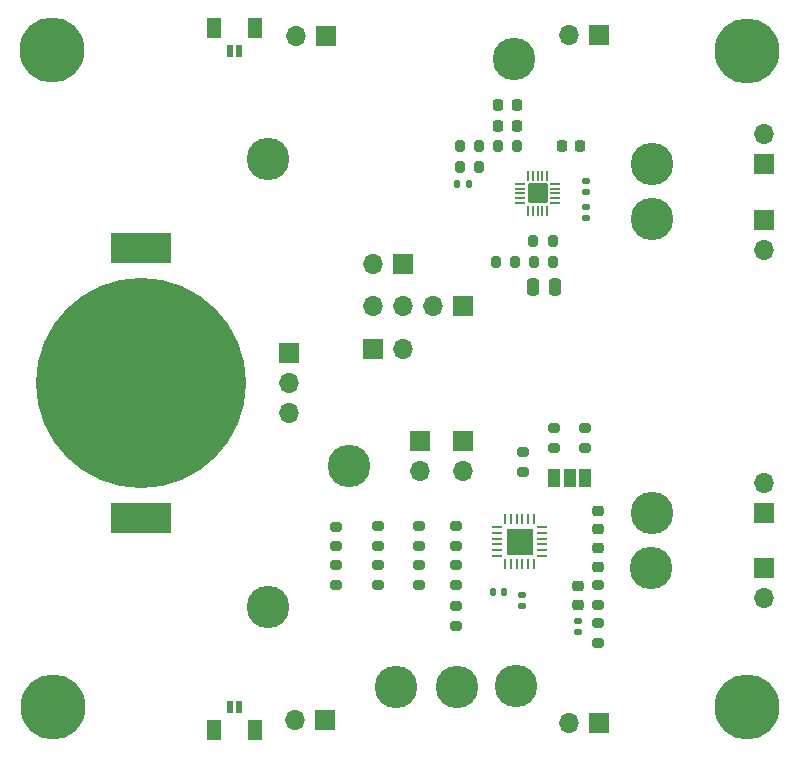
<source format=gts>
%TF.GenerationSoftware,KiCad,Pcbnew,(6.0.0)*%
%TF.CreationDate,2022-08-30T12:58:25+02:00*%
%TF.ProjectId,OBJEX-EHDK_v1.0,4f424a45-582d-4454-9844-4b5f76312e30,1.0*%
%TF.SameCoordinates,Original*%
%TF.FileFunction,Soldermask,Top*%
%TF.FilePolarity,Negative*%
%FSLAX46Y46*%
G04 Gerber Fmt 4.6, Leading zero omitted, Abs format (unit mm)*
G04 Created by KiCad (PCBNEW (6.0.0)) date 2022-08-30 12:58:25*
%MOMM*%
%LPD*%
G01*
G04 APERTURE LIST*
G04 Aperture macros list*
%AMRoundRect*
0 Rectangle with rounded corners*
0 $1 Rounding radius*
0 $2 $3 $4 $5 $6 $7 $8 $9 X,Y pos of 4 corners*
0 Add a 4 corners polygon primitive as box body*
4,1,4,$2,$3,$4,$5,$6,$7,$8,$9,$2,$3,0*
0 Add four circle primitives for the rounded corners*
1,1,$1+$1,$2,$3*
1,1,$1+$1,$4,$5*
1,1,$1+$1,$6,$7*
1,1,$1+$1,$8,$9*
0 Add four rect primitives between the rounded corners*
20,1,$1+$1,$2,$3,$4,$5,0*
20,1,$1+$1,$4,$5,$6,$7,0*
20,1,$1+$1,$6,$7,$8,$9,0*
20,1,$1+$1,$8,$9,$2,$3,0*%
G04 Aperture macros list end*
%ADD10C,3.600000*%
%ADD11C,5.500000*%
%ADD12RoundRect,0.200000X-0.275000X0.200000X-0.275000X-0.200000X0.275000X-0.200000X0.275000X0.200000X0*%
%ADD13RoundRect,0.062500X-0.375000X-0.062500X0.375000X-0.062500X0.375000X0.062500X-0.375000X0.062500X0*%
%ADD14RoundRect,0.062500X-0.062500X-0.375000X0.062500X-0.375000X0.062500X0.375000X-0.062500X0.375000X0*%
%ADD15R,2.300000X2.300000*%
%ADD16R,1.700000X1.700000*%
%ADD17O,1.700000X1.700000*%
%ADD18R,0.500000X1.000000*%
%ADD19R,1.200000X1.700000*%
%ADD20RoundRect,0.200000X0.200000X0.275000X-0.200000X0.275000X-0.200000X-0.275000X0.200000X-0.275000X0*%
%ADD21C,17.800000*%
%ADD22R,5.100000X2.500000*%
%ADD23RoundRect,0.225000X0.225000X0.250000X-0.225000X0.250000X-0.225000X-0.250000X0.225000X-0.250000X0*%
%ADD24RoundRect,0.140000X-0.170000X0.140000X-0.170000X-0.140000X0.170000X-0.140000X0.170000X0.140000X0*%
%ADD25RoundRect,0.140000X0.140000X0.170000X-0.140000X0.170000X-0.140000X-0.170000X0.140000X-0.170000X0*%
%ADD26RoundRect,0.250000X0.250000X0.475000X-0.250000X0.475000X-0.250000X-0.475000X0.250000X-0.475000X0*%
%ADD27RoundRect,0.200000X0.275000X-0.200000X0.275000X0.200000X-0.275000X0.200000X-0.275000X-0.200000X0*%
%ADD28RoundRect,0.218750X0.256250X-0.218750X0.256250X0.218750X-0.256250X0.218750X-0.256250X-0.218750X0*%
%ADD29RoundRect,0.225000X0.250000X-0.225000X0.250000X0.225000X-0.250000X0.225000X-0.250000X-0.225000X0*%
%ADD30O,0.850000X0.200000*%
%ADD31O,0.200000X0.850000*%
%ADD32RoundRect,0.051000X-0.799000X-0.799000X0.799000X-0.799000X0.799000X0.799000X-0.799000X0.799000X0*%
%ADD33RoundRect,0.218750X0.218750X0.256250X-0.218750X0.256250X-0.218750X-0.256250X0.218750X-0.256250X0*%
%ADD34RoundRect,0.140000X0.170000X-0.140000X0.170000X0.140000X-0.170000X0.140000X-0.170000X-0.140000X0*%
%ADD35R,1.000000X1.500000*%
%ADD36RoundRect,0.225000X-0.250000X0.225000X-0.250000X-0.225000X0.250000X-0.225000X0.250000X0.225000X0*%
G04 APERTURE END LIST*
D10*
%TO.C,J27*%
X123390000Y-116760000D03*
%TD*%
D11*
%TO.C,H1*%
X94200000Y-62800000D03*
%TD*%
D12*
%TO.C,R13*%
X121825000Y-106425000D03*
X121825000Y-108075000D03*
%TD*%
D10*
%TO.C,J21*%
X145000000Y-102000000D03*
%TD*%
D13*
%TO.C,U2*%
X131887500Y-103175000D03*
X131887500Y-103675000D03*
X131887500Y-104175000D03*
X131887500Y-104675000D03*
X131887500Y-105175000D03*
X131887500Y-105675000D03*
D14*
X132575000Y-106362500D03*
X133075000Y-106362500D03*
X133575000Y-106362500D03*
X134075000Y-106362500D03*
X134575000Y-106362500D03*
X135075000Y-106362500D03*
D13*
X135762500Y-105675000D03*
X135762500Y-105175000D03*
X135762500Y-104675000D03*
X135762500Y-104175000D03*
X135762500Y-103675000D03*
X135762500Y-103175000D03*
D14*
X135075000Y-102487500D03*
X134575000Y-102487500D03*
X134075000Y-102487500D03*
X133575000Y-102487500D03*
X133075000Y-102487500D03*
X132575000Y-102487500D03*
D15*
X133825000Y-104425000D03*
%TD*%
D16*
%TO.C,J19*%
X125400000Y-95900000D03*
D17*
X125400000Y-98440000D03*
%TD*%
D10*
%TO.C,J14*%
X145000000Y-77150000D03*
%TD*%
D12*
%TO.C,R12*%
X121825000Y-103150000D03*
X121825000Y-104800000D03*
%TD*%
D18*
%TO.C,J2*%
X110100000Y-62875000D03*
X109300000Y-62875000D03*
D19*
X111400000Y-60925000D03*
X108000000Y-60925000D03*
%TD*%
D20*
%TO.C,R2*%
X136650000Y-79000000D03*
X135000000Y-79000000D03*
%TD*%
D10*
%TO.C,J22*%
X133500000Y-116700000D03*
%TD*%
D21*
%TO.C,BT1*%
X101800000Y-91000000D03*
D22*
X101800000Y-79550000D03*
X101800000Y-102450000D03*
%TD*%
D16*
%TO.C,J7*%
X154500000Y-77200000D03*
D17*
X154500000Y-79740000D03*
%TD*%
D16*
%TO.C,J9*%
X129000000Y-84500000D03*
D17*
X126460000Y-84500000D03*
X123920000Y-84500000D03*
X121380000Y-84500000D03*
%TD*%
D23*
%TO.C,C1*%
X133575000Y-67475000D03*
X132025000Y-67475000D03*
%TD*%
D20*
%TO.C,R3*%
X133475000Y-80800000D03*
X131825000Y-80800000D03*
%TD*%
D16*
%TO.C,J4*%
X117375000Y-119500000D03*
D17*
X114835000Y-119500000D03*
%TD*%
D16*
%TO.C,J16*%
X154500000Y-102000000D03*
D17*
X154500000Y-99460000D03*
%TD*%
D24*
%TO.C,C6*%
X139450000Y-76070000D03*
X139450000Y-77030000D03*
%TD*%
D10*
%TO.C,J25*%
X112500000Y-110000000D03*
%TD*%
D16*
%TO.C,J26*%
X123925000Y-80900000D03*
D17*
X121385000Y-80900000D03*
%TD*%
D10*
%TO.C,J13*%
X133350000Y-63575000D03*
%TD*%
D16*
%TO.C,J18*%
X129000000Y-95925000D03*
D17*
X129000000Y-98465000D03*
%TD*%
D11*
%TO.C,H4*%
X94300000Y-118400000D03*
%TD*%
D25*
%TO.C,C3*%
X129530000Y-74125000D03*
X128570000Y-74125000D03*
%TD*%
D20*
%TO.C,R4*%
X133625000Y-70975000D03*
X131975000Y-70975000D03*
%TD*%
D18*
%TO.C,J5*%
X109300000Y-118425000D03*
X110100000Y-118425000D03*
D19*
X108000000Y-120375000D03*
X111400000Y-120375000D03*
%TD*%
D26*
%TO.C,C4*%
X136850000Y-82850000D03*
X134950000Y-82850000D03*
%TD*%
D27*
%TO.C,R8*%
X136775000Y-96500000D03*
X136775000Y-94850000D03*
%TD*%
D16*
%TO.C,J15*%
X140575000Y-119800000D03*
D17*
X138035000Y-119800000D03*
%TD*%
D25*
%TO.C,C7*%
X132505000Y-108725000D03*
X131545000Y-108725000D03*
%TD*%
D12*
%TO.C,R16*%
X125275000Y-103150000D03*
X125275000Y-104800000D03*
%TD*%
%TO.C,R20*%
X128425000Y-109900000D03*
X128425000Y-111550000D03*
%TD*%
D16*
%TO.C,J6*%
X140525000Y-61500000D03*
D17*
X137985000Y-61500000D03*
%TD*%
D16*
%TO.C,J17*%
X154500000Y-106700000D03*
D17*
X154500000Y-109240000D03*
%TD*%
D12*
%TO.C,R15*%
X140500000Y-111350000D03*
X140500000Y-113000000D03*
%TD*%
%TO.C,R19*%
X128425000Y-106425000D03*
X128425000Y-108075000D03*
%TD*%
%TO.C,R17*%
X125275000Y-106425000D03*
X125275000Y-108075000D03*
%TD*%
D28*
%TO.C,L2*%
X138800000Y-109762500D03*
X138800000Y-108187500D03*
%TD*%
D29*
%TO.C,C9*%
X140500000Y-103375000D03*
X140500000Y-101825000D03*
%TD*%
D30*
%TO.C,U1*%
X133850000Y-74150000D03*
X133850000Y-74550000D03*
X133850000Y-74950000D03*
X133850000Y-75350000D03*
X133850000Y-75750000D03*
D31*
X134550000Y-76450000D03*
X134950000Y-76450000D03*
X135350000Y-76450000D03*
X135750000Y-76450000D03*
X136150000Y-76450000D03*
D30*
X136850000Y-75750000D03*
X136850000Y-75350000D03*
X136850000Y-74950000D03*
X136850000Y-74550000D03*
X136850000Y-74150000D03*
D31*
X136150000Y-73450000D03*
X135750000Y-73450000D03*
X135350000Y-73450000D03*
X134950000Y-73450000D03*
X134550000Y-73450000D03*
D32*
X135350000Y-74950000D03*
%TD*%
D11*
%TO.C,H2*%
X153100000Y-118400000D03*
%TD*%
D10*
%TO.C,J24*%
X119400000Y-98000000D03*
%TD*%
D20*
%TO.C,R1*%
X136675000Y-80800000D03*
X135025000Y-80800000D03*
%TD*%
D27*
%TO.C,R9*%
X134125000Y-98500000D03*
X134125000Y-96850000D03*
%TD*%
D33*
%TO.C,L1*%
X138987500Y-70975000D03*
X137412500Y-70975000D03*
%TD*%
D10*
%TO.C,J20*%
X128500000Y-116750000D03*
%TD*%
D16*
%TO.C,J1*%
X117400000Y-61600000D03*
D17*
X114860000Y-61600000D03*
%TD*%
D20*
%TO.C,R5*%
X130400000Y-70975000D03*
X128750000Y-70975000D03*
%TD*%
D23*
%TO.C,C2*%
X133575000Y-69225000D03*
X132025000Y-69225000D03*
%TD*%
D12*
%TO.C,R14*%
X140500000Y-108150000D03*
X140500000Y-109800000D03*
%TD*%
D10*
%TO.C,J23*%
X144975000Y-106675000D03*
%TD*%
D34*
%TO.C,C11*%
X134075000Y-109880000D03*
X134075000Y-108920000D03*
%TD*%
%TO.C,C5*%
X139450000Y-74830000D03*
X139450000Y-73870000D03*
%TD*%
D10*
%TO.C,J11*%
X112500000Y-72000000D03*
%TD*%
D16*
%TO.C,J3*%
X114300000Y-88475000D03*
D17*
X114300000Y-91015000D03*
X114300000Y-93555000D03*
%TD*%
D34*
%TO.C,C8*%
X138800000Y-112125000D03*
X138800000Y-111165000D03*
%TD*%
D12*
%TO.C,R18*%
X128425000Y-103150000D03*
X128425000Y-104800000D03*
%TD*%
D35*
%TO.C,JP1*%
X136775000Y-99075000D03*
X138075000Y-99075000D03*
X139375000Y-99075000D03*
%TD*%
D36*
%TO.C,C10*%
X140500000Y-105000000D03*
X140500000Y-106550000D03*
%TD*%
D16*
%TO.C,J10*%
X121400000Y-88100000D03*
D17*
X123940000Y-88100000D03*
%TD*%
D12*
%TO.C,R10*%
X118325000Y-103175000D03*
X118325000Y-104825000D03*
%TD*%
D10*
%TO.C,J12*%
X145000000Y-72500000D03*
%TD*%
D27*
%TO.C,R7*%
X139375000Y-96500000D03*
X139375000Y-94850000D03*
%TD*%
D11*
%TO.C,H3*%
X153100000Y-62900000D03*
%TD*%
D16*
%TO.C,J8*%
X154500000Y-72500000D03*
D17*
X154500000Y-69960000D03*
%TD*%
D20*
%TO.C,R6*%
X130425000Y-72675000D03*
X128775000Y-72675000D03*
%TD*%
D12*
%TO.C,R11*%
X118325000Y-106425000D03*
X118325000Y-108075000D03*
%TD*%
M02*

</source>
